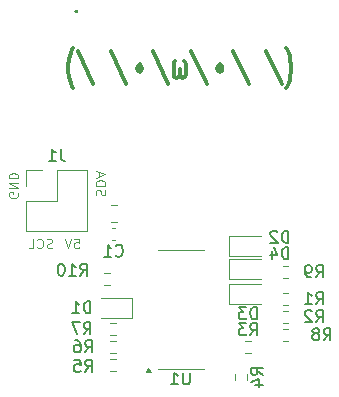
<source format=gbr>
%TF.GenerationSoftware,KiCad,Pcbnew,9.0.1*%
%TF.CreationDate,2025-09-02T02:57:32-07:00*%
%TF.ProjectId,pcb,7063622e-6b69-4636-9164-5f7063625858,B0*%
%TF.SameCoordinates,PX7bfa480PY4c4b400*%
%TF.FileFunction,Legend,Bot*%
%TF.FilePolarity,Positive*%
%FSLAX46Y46*%
G04 Gerber Fmt 4.6, Leading zero omitted, Abs format (unit mm)*
G04 Created by KiCad (PCBNEW 9.0.1) date 2025-09-02 02:57:32*
%MOMM*%
%LPD*%
G01*
G04 APERTURE LIST*
%ADD10C,0.100000*%
%ADD11C,0.090000*%
%ADD12C,0.300000*%
%ADD13C,0.150000*%
%ADD14C,0.120000*%
G04 APERTURE END LIST*
D10*
X6283809Y-1550057D02*
X6283809Y-1397676D01*
X6321904Y-1397676D02*
X6321904Y-1550057D01*
X6360000Y-1588152D02*
X6360000Y-1359580D01*
X6398095Y-1397676D02*
X6398095Y-1550057D01*
X6436190Y-1550057D02*
X6436190Y-1397676D01*
X6283809Y-1435771D02*
X6360000Y-1359580D01*
X6360000Y-1359580D02*
X6436190Y-1435771D01*
X6283809Y-1511961D02*
X6360000Y-1588152D01*
X6360000Y-1588152D02*
X6436190Y-1511961D01*
X6283809Y-1550057D02*
X6360000Y-1588152D01*
X6360000Y-1588152D02*
X6436190Y-1550057D01*
X6436190Y-1550057D02*
X6474285Y-1473866D01*
X6474285Y-1473866D02*
X6436190Y-1397676D01*
X6436190Y-1397676D02*
X6360000Y-1359580D01*
X6360000Y-1359580D02*
X6283809Y-1397676D01*
X6283809Y-1397676D02*
X6245714Y-1473866D01*
X6245714Y-1473866D02*
X6283809Y-1550057D01*
D11*
X1444489Y-16861266D02*
X1482584Y-16937456D01*
X1482584Y-16937456D02*
X1482584Y-17051742D01*
X1482584Y-17051742D02*
X1444489Y-17166028D01*
X1444489Y-17166028D02*
X1368299Y-17242218D01*
X1368299Y-17242218D02*
X1292108Y-17280313D01*
X1292108Y-17280313D02*
X1139727Y-17318409D01*
X1139727Y-17318409D02*
X1025441Y-17318409D01*
X1025441Y-17318409D02*
X873060Y-17280313D01*
X873060Y-17280313D02*
X796870Y-17242218D01*
X796870Y-17242218D02*
X720680Y-17166028D01*
X720680Y-17166028D02*
X682584Y-17051742D01*
X682584Y-17051742D02*
X682584Y-16975551D01*
X682584Y-16975551D02*
X720680Y-16861266D01*
X720680Y-16861266D02*
X758775Y-16823170D01*
X758775Y-16823170D02*
X1025441Y-16823170D01*
X1025441Y-16823170D02*
X1025441Y-16975551D01*
X682584Y-16480313D02*
X1482584Y-16480313D01*
X1482584Y-16480313D02*
X682584Y-16023170D01*
X682584Y-16023170D02*
X1482584Y-16023170D01*
X682584Y-15642218D02*
X1482584Y-15642218D01*
X1482584Y-15642218D02*
X1482584Y-15451742D01*
X1482584Y-15451742D02*
X1444489Y-15337456D01*
X1444489Y-15337456D02*
X1368299Y-15261266D01*
X1368299Y-15261266D02*
X1292108Y-15223171D01*
X1292108Y-15223171D02*
X1139727Y-15185075D01*
X1139727Y-15185075D02*
X1025441Y-15185075D01*
X1025441Y-15185075D02*
X873060Y-15223171D01*
X873060Y-15223171D02*
X796870Y-15261266D01*
X796870Y-15261266D02*
X720680Y-15337456D01*
X720680Y-15337456D02*
X682584Y-15451742D01*
X682584Y-15451742D02*
X682584Y-15642218D01*
X8120680Y-17048409D02*
X8082584Y-16934123D01*
X8082584Y-16934123D02*
X8082584Y-16743647D01*
X8082584Y-16743647D02*
X8120680Y-16667456D01*
X8120680Y-16667456D02*
X8158775Y-16629361D01*
X8158775Y-16629361D02*
X8234965Y-16591266D01*
X8234965Y-16591266D02*
X8311156Y-16591266D01*
X8311156Y-16591266D02*
X8387346Y-16629361D01*
X8387346Y-16629361D02*
X8425441Y-16667456D01*
X8425441Y-16667456D02*
X8463537Y-16743647D01*
X8463537Y-16743647D02*
X8501632Y-16896028D01*
X8501632Y-16896028D02*
X8539727Y-16972218D01*
X8539727Y-16972218D02*
X8577822Y-17010313D01*
X8577822Y-17010313D02*
X8654013Y-17048409D01*
X8654013Y-17048409D02*
X8730203Y-17048409D01*
X8730203Y-17048409D02*
X8806394Y-17010313D01*
X8806394Y-17010313D02*
X8844489Y-16972218D01*
X8844489Y-16972218D02*
X8882584Y-16896028D01*
X8882584Y-16896028D02*
X8882584Y-16705551D01*
X8882584Y-16705551D02*
X8844489Y-16591266D01*
X8082584Y-16248408D02*
X8882584Y-16248408D01*
X8882584Y-16248408D02*
X8882584Y-16057932D01*
X8882584Y-16057932D02*
X8844489Y-15943646D01*
X8844489Y-15943646D02*
X8768299Y-15867456D01*
X8768299Y-15867456D02*
X8692108Y-15829361D01*
X8692108Y-15829361D02*
X8539727Y-15791265D01*
X8539727Y-15791265D02*
X8425441Y-15791265D01*
X8425441Y-15791265D02*
X8273060Y-15829361D01*
X8273060Y-15829361D02*
X8196870Y-15867456D01*
X8196870Y-15867456D02*
X8120680Y-15943646D01*
X8120680Y-15943646D02*
X8082584Y-16057932D01*
X8082584Y-16057932D02*
X8082584Y-16248408D01*
X8311156Y-15486504D02*
X8311156Y-15105551D01*
X8082584Y-15562694D02*
X8882584Y-15296027D01*
X8882584Y-15296027D02*
X8082584Y-15029361D01*
X4368409Y-21519320D02*
X4254123Y-21557415D01*
X4254123Y-21557415D02*
X4063647Y-21557415D01*
X4063647Y-21557415D02*
X3987456Y-21519320D01*
X3987456Y-21519320D02*
X3949361Y-21481224D01*
X3949361Y-21481224D02*
X3911266Y-21405034D01*
X3911266Y-21405034D02*
X3911266Y-21328843D01*
X3911266Y-21328843D02*
X3949361Y-21252653D01*
X3949361Y-21252653D02*
X3987456Y-21214558D01*
X3987456Y-21214558D02*
X4063647Y-21176462D01*
X4063647Y-21176462D02*
X4216028Y-21138367D01*
X4216028Y-21138367D02*
X4292218Y-21100272D01*
X4292218Y-21100272D02*
X4330313Y-21062177D01*
X4330313Y-21062177D02*
X4368409Y-20985986D01*
X4368409Y-20985986D02*
X4368409Y-20909796D01*
X4368409Y-20909796D02*
X4330313Y-20833605D01*
X4330313Y-20833605D02*
X4292218Y-20795510D01*
X4292218Y-20795510D02*
X4216028Y-20757415D01*
X4216028Y-20757415D02*
X4025551Y-20757415D01*
X4025551Y-20757415D02*
X3911266Y-20795510D01*
X3111265Y-21481224D02*
X3149361Y-21519320D01*
X3149361Y-21519320D02*
X3263646Y-21557415D01*
X3263646Y-21557415D02*
X3339837Y-21557415D01*
X3339837Y-21557415D02*
X3454123Y-21519320D01*
X3454123Y-21519320D02*
X3530313Y-21443129D01*
X3530313Y-21443129D02*
X3568408Y-21366939D01*
X3568408Y-21366939D02*
X3606504Y-21214558D01*
X3606504Y-21214558D02*
X3606504Y-21100272D01*
X3606504Y-21100272D02*
X3568408Y-20947891D01*
X3568408Y-20947891D02*
X3530313Y-20871700D01*
X3530313Y-20871700D02*
X3454123Y-20795510D01*
X3454123Y-20795510D02*
X3339837Y-20757415D01*
X3339837Y-20757415D02*
X3263646Y-20757415D01*
X3263646Y-20757415D02*
X3149361Y-20795510D01*
X3149361Y-20795510D02*
X3111265Y-20833605D01*
X2387456Y-21557415D02*
X2768408Y-21557415D01*
X2768408Y-21557415D02*
X2768408Y-20757415D01*
D12*
X24168763Y-7969257D02*
X24242572Y-7864495D01*
X24242572Y-7864495D02*
X24390191Y-7550209D01*
X24390191Y-7550209D02*
X24464001Y-7340685D01*
X24464001Y-7340685D02*
X24537810Y-7026400D01*
X24537810Y-7026400D02*
X24611620Y-6502590D01*
X24611620Y-6502590D02*
X24611620Y-6083542D01*
X24611620Y-6083542D02*
X24537810Y-5559733D01*
X24537810Y-5559733D02*
X24464001Y-5245447D01*
X24464001Y-5245447D02*
X24390191Y-5035923D01*
X24390191Y-5035923D02*
X24242572Y-4721638D01*
X24242572Y-4721638D02*
X24168763Y-4616876D01*
X22471144Y-4826400D02*
X23799715Y-7654971D01*
X19666382Y-4826400D02*
X20994953Y-7654971D01*
X18706858Y-6083542D02*
X18706858Y-6502590D01*
X18633048Y-6502590D02*
X18633048Y-6083542D01*
X18559239Y-5978780D02*
X18559239Y-6607352D01*
X18485429Y-6502590D02*
X18485429Y-6083542D01*
X18411620Y-6083542D02*
X18411620Y-6502590D01*
X18706858Y-6397828D02*
X18559239Y-6607352D01*
X18559239Y-6607352D02*
X18411620Y-6397828D01*
X18706858Y-6188304D02*
X18559239Y-5978780D01*
X18559239Y-5978780D02*
X18411620Y-6188304D01*
X18706858Y-6083542D02*
X18559239Y-5978780D01*
X18559239Y-5978780D02*
X18411620Y-6083542D01*
X18411620Y-6083542D02*
X18337810Y-6293066D01*
X18337810Y-6293066D02*
X18411620Y-6502590D01*
X18411620Y-6502590D02*
X18559239Y-6607352D01*
X18559239Y-6607352D02*
X18706858Y-6502590D01*
X18706858Y-6502590D02*
X18780667Y-6293066D01*
X18780667Y-6293066D02*
X18706858Y-6083542D01*
X16123524Y-4826400D02*
X17452095Y-7654971D01*
X15164000Y-6397828D02*
X15164000Y-6816876D01*
X15533047Y-5664495D02*
X15606857Y-5769257D01*
X15606857Y-5769257D02*
X15680666Y-5978780D01*
X15680666Y-5978780D02*
X15680666Y-6816876D01*
X15680666Y-6816876D02*
X15606857Y-7026400D01*
X15606857Y-7026400D02*
X15459238Y-7131161D01*
X15459238Y-7131161D02*
X15385428Y-7131161D01*
X15385428Y-7131161D02*
X15237809Y-7026400D01*
X15237809Y-7026400D02*
X15164000Y-6816876D01*
X15164000Y-6816876D02*
X15090190Y-7026400D01*
X15090190Y-7026400D02*
X14942571Y-7131161D01*
X14942571Y-7131161D02*
X14868762Y-7131161D01*
X14868762Y-7131161D02*
X14721143Y-7026400D01*
X14721143Y-7026400D02*
X14647333Y-6816876D01*
X14647333Y-6816876D02*
X14647333Y-5978780D01*
X14647333Y-5978780D02*
X14721143Y-5769257D01*
X14721143Y-5769257D02*
X14794952Y-5664495D01*
X12875904Y-4826400D02*
X14204475Y-7654971D01*
X11916380Y-6083542D02*
X11916380Y-6502590D01*
X11842570Y-6502590D02*
X11842570Y-6083542D01*
X11768761Y-5978780D02*
X11768761Y-6607352D01*
X11694951Y-6502590D02*
X11694951Y-6083542D01*
X11621142Y-6083542D02*
X11621142Y-6502590D01*
X11916380Y-6397828D02*
X11768761Y-6607352D01*
X11768761Y-6607352D02*
X11621142Y-6397828D01*
X11916380Y-6188304D02*
X11768761Y-5978780D01*
X11768761Y-5978780D02*
X11621142Y-6188304D01*
X11916380Y-6083542D02*
X11768761Y-5978780D01*
X11768761Y-5978780D02*
X11621142Y-6083542D01*
X11621142Y-6083542D02*
X11547332Y-6293066D01*
X11547332Y-6293066D02*
X11621142Y-6502590D01*
X11621142Y-6502590D02*
X11768761Y-6607352D01*
X11768761Y-6607352D02*
X11916380Y-6502590D01*
X11916380Y-6502590D02*
X11990189Y-6293066D01*
X11990189Y-6293066D02*
X11916380Y-6083542D01*
X9333046Y-4826400D02*
X10661617Y-7654971D01*
X6528284Y-4826400D02*
X7856855Y-7654971D01*
X6159236Y-7969257D02*
X6085426Y-7864495D01*
X6085426Y-7864495D02*
X5937807Y-7550209D01*
X5937807Y-7550209D02*
X5863998Y-7340685D01*
X5863998Y-7340685D02*
X5790188Y-7026400D01*
X5790188Y-7026400D02*
X5716379Y-6502590D01*
X5716379Y-6502590D02*
X5716379Y-6083542D01*
X5716379Y-6083542D02*
X5790188Y-5559733D01*
X5790188Y-5559733D02*
X5863998Y-5245447D01*
X5863998Y-5245447D02*
X5937807Y-5035923D01*
X5937807Y-5035923D02*
X6085426Y-4721638D01*
X6085426Y-4721638D02*
X6159236Y-4616876D01*
D11*
X6249361Y-20757415D02*
X6630313Y-20757415D01*
X6630313Y-20757415D02*
X6668409Y-21138367D01*
X6668409Y-21138367D02*
X6630313Y-21100272D01*
X6630313Y-21100272D02*
X6554123Y-21062177D01*
X6554123Y-21062177D02*
X6363647Y-21062177D01*
X6363647Y-21062177D02*
X6287456Y-21100272D01*
X6287456Y-21100272D02*
X6249361Y-21138367D01*
X6249361Y-21138367D02*
X6211266Y-21214558D01*
X6211266Y-21214558D02*
X6211266Y-21405034D01*
X6211266Y-21405034D02*
X6249361Y-21481224D01*
X6249361Y-21481224D02*
X6287456Y-21519320D01*
X6287456Y-21519320D02*
X6363647Y-21557415D01*
X6363647Y-21557415D02*
X6554123Y-21557415D01*
X6554123Y-21557415D02*
X6630313Y-21519320D01*
X6630313Y-21519320D02*
X6668409Y-21481224D01*
X5982694Y-20757415D02*
X5716027Y-21557415D01*
X5716027Y-21557415D02*
X5449361Y-20757415D01*
D13*
X7034666Y-28825819D02*
X7367999Y-28349628D01*
X7606094Y-28825819D02*
X7606094Y-27825819D01*
X7606094Y-27825819D02*
X7225142Y-27825819D01*
X7225142Y-27825819D02*
X7129904Y-27873438D01*
X7129904Y-27873438D02*
X7082285Y-27921057D01*
X7082285Y-27921057D02*
X7034666Y-28016295D01*
X7034666Y-28016295D02*
X7034666Y-28159152D01*
X7034666Y-28159152D02*
X7082285Y-28254390D01*
X7082285Y-28254390D02*
X7129904Y-28302009D01*
X7129904Y-28302009D02*
X7225142Y-28349628D01*
X7225142Y-28349628D02*
X7606094Y-28349628D01*
X6701332Y-27825819D02*
X6034666Y-27825819D01*
X6034666Y-27825819D02*
X6463237Y-28825819D01*
X22214819Y-32268333D02*
X21738628Y-31935000D01*
X22214819Y-31696905D02*
X21214819Y-31696905D01*
X21214819Y-31696905D02*
X21214819Y-32077857D01*
X21214819Y-32077857D02*
X21262438Y-32173095D01*
X21262438Y-32173095D02*
X21310057Y-32220714D01*
X21310057Y-32220714D02*
X21405295Y-32268333D01*
X21405295Y-32268333D02*
X21548152Y-32268333D01*
X21548152Y-32268333D02*
X21643390Y-32220714D01*
X21643390Y-32220714D02*
X21691009Y-32173095D01*
X21691009Y-32173095D02*
X21738628Y-32077857D01*
X21738628Y-32077857D02*
X21738628Y-31696905D01*
X21548152Y-33125476D02*
X22214819Y-33125476D01*
X21167200Y-32887381D02*
X21881485Y-32649286D01*
X21881485Y-32649286D02*
X21881485Y-33268333D01*
X27354666Y-29333819D02*
X27687999Y-28857628D01*
X27926094Y-29333819D02*
X27926094Y-28333819D01*
X27926094Y-28333819D02*
X27545142Y-28333819D01*
X27545142Y-28333819D02*
X27449904Y-28381438D01*
X27449904Y-28381438D02*
X27402285Y-28429057D01*
X27402285Y-28429057D02*
X27354666Y-28524295D01*
X27354666Y-28524295D02*
X27354666Y-28667152D01*
X27354666Y-28667152D02*
X27402285Y-28762390D01*
X27402285Y-28762390D02*
X27449904Y-28810009D01*
X27449904Y-28810009D02*
X27545142Y-28857628D01*
X27545142Y-28857628D02*
X27926094Y-28857628D01*
X26783237Y-28762390D02*
X26878475Y-28714771D01*
X26878475Y-28714771D02*
X26926094Y-28667152D01*
X26926094Y-28667152D02*
X26973713Y-28571914D01*
X26973713Y-28571914D02*
X26973713Y-28524295D01*
X26973713Y-28524295D02*
X26926094Y-28429057D01*
X26926094Y-28429057D02*
X26878475Y-28381438D01*
X26878475Y-28381438D02*
X26783237Y-28333819D01*
X26783237Y-28333819D02*
X26592761Y-28333819D01*
X26592761Y-28333819D02*
X26497523Y-28381438D01*
X26497523Y-28381438D02*
X26449904Y-28429057D01*
X26449904Y-28429057D02*
X26402285Y-28524295D01*
X26402285Y-28524295D02*
X26402285Y-28571914D01*
X26402285Y-28571914D02*
X26449904Y-28667152D01*
X26449904Y-28667152D02*
X26497523Y-28714771D01*
X26497523Y-28714771D02*
X26592761Y-28762390D01*
X26592761Y-28762390D02*
X26783237Y-28762390D01*
X26783237Y-28762390D02*
X26878475Y-28810009D01*
X26878475Y-28810009D02*
X26926094Y-28857628D01*
X26926094Y-28857628D02*
X26973713Y-28952866D01*
X26973713Y-28952866D02*
X26973713Y-29143342D01*
X26973713Y-29143342D02*
X26926094Y-29238580D01*
X26926094Y-29238580D02*
X26878475Y-29286200D01*
X26878475Y-29286200D02*
X26783237Y-29333819D01*
X26783237Y-29333819D02*
X26592761Y-29333819D01*
X26592761Y-29333819D02*
X26497523Y-29286200D01*
X26497523Y-29286200D02*
X26449904Y-29238580D01*
X26449904Y-29238580D02*
X26402285Y-29143342D01*
X26402285Y-29143342D02*
X26402285Y-28952866D01*
X26402285Y-28952866D02*
X26449904Y-28857628D01*
X26449904Y-28857628D02*
X26497523Y-28810009D01*
X26497523Y-28810009D02*
X26592761Y-28762390D01*
X24370094Y-22475819D02*
X24370094Y-21475819D01*
X24370094Y-21475819D02*
X24131999Y-21475819D01*
X24131999Y-21475819D02*
X23989142Y-21523438D01*
X23989142Y-21523438D02*
X23893904Y-21618676D01*
X23893904Y-21618676D02*
X23846285Y-21713914D01*
X23846285Y-21713914D02*
X23798666Y-21904390D01*
X23798666Y-21904390D02*
X23798666Y-22047247D01*
X23798666Y-22047247D02*
X23846285Y-22237723D01*
X23846285Y-22237723D02*
X23893904Y-22332961D01*
X23893904Y-22332961D02*
X23989142Y-22428200D01*
X23989142Y-22428200D02*
X24131999Y-22475819D01*
X24131999Y-22475819D02*
X24370094Y-22475819D01*
X22941523Y-21809152D02*
X22941523Y-22475819D01*
X23179618Y-21428200D02*
X23417713Y-22142485D01*
X23417713Y-22142485D02*
X22798666Y-22142485D01*
X6748857Y-23872819D02*
X7082190Y-23396628D01*
X7320285Y-23872819D02*
X7320285Y-22872819D01*
X7320285Y-22872819D02*
X6939333Y-22872819D01*
X6939333Y-22872819D02*
X6844095Y-22920438D01*
X6844095Y-22920438D02*
X6796476Y-22968057D01*
X6796476Y-22968057D02*
X6748857Y-23063295D01*
X6748857Y-23063295D02*
X6748857Y-23206152D01*
X6748857Y-23206152D02*
X6796476Y-23301390D01*
X6796476Y-23301390D02*
X6844095Y-23349009D01*
X6844095Y-23349009D02*
X6939333Y-23396628D01*
X6939333Y-23396628D02*
X7320285Y-23396628D01*
X5796476Y-23872819D02*
X6367904Y-23872819D01*
X6082190Y-23872819D02*
X6082190Y-22872819D01*
X6082190Y-22872819D02*
X6177428Y-23015676D01*
X6177428Y-23015676D02*
X6272666Y-23110914D01*
X6272666Y-23110914D02*
X6367904Y-23158533D01*
X5177428Y-22872819D02*
X5082190Y-22872819D01*
X5082190Y-22872819D02*
X4986952Y-22920438D01*
X4986952Y-22920438D02*
X4939333Y-22968057D01*
X4939333Y-22968057D02*
X4891714Y-23063295D01*
X4891714Y-23063295D02*
X4844095Y-23253771D01*
X4844095Y-23253771D02*
X4844095Y-23491866D01*
X4844095Y-23491866D02*
X4891714Y-23682342D01*
X4891714Y-23682342D02*
X4939333Y-23777580D01*
X4939333Y-23777580D02*
X4986952Y-23825200D01*
X4986952Y-23825200D02*
X5082190Y-23872819D01*
X5082190Y-23872819D02*
X5177428Y-23872819D01*
X5177428Y-23872819D02*
X5272666Y-23825200D01*
X5272666Y-23825200D02*
X5320285Y-23777580D01*
X5320285Y-23777580D02*
X5367904Y-23682342D01*
X5367904Y-23682342D02*
X5415523Y-23491866D01*
X5415523Y-23491866D02*
X5415523Y-23253771D01*
X5415523Y-23253771D02*
X5367904Y-23063295D01*
X5367904Y-23063295D02*
X5320285Y-22968057D01*
X5320285Y-22968057D02*
X5272666Y-22920438D01*
X5272666Y-22920438D02*
X5177428Y-22872819D01*
X26719666Y-23999819D02*
X27052999Y-23523628D01*
X27291094Y-23999819D02*
X27291094Y-22999819D01*
X27291094Y-22999819D02*
X26910142Y-22999819D01*
X26910142Y-22999819D02*
X26814904Y-23047438D01*
X26814904Y-23047438D02*
X26767285Y-23095057D01*
X26767285Y-23095057D02*
X26719666Y-23190295D01*
X26719666Y-23190295D02*
X26719666Y-23333152D01*
X26719666Y-23333152D02*
X26767285Y-23428390D01*
X26767285Y-23428390D02*
X26814904Y-23476009D01*
X26814904Y-23476009D02*
X26910142Y-23523628D01*
X26910142Y-23523628D02*
X27291094Y-23523628D01*
X26243475Y-23999819D02*
X26052999Y-23999819D01*
X26052999Y-23999819D02*
X25957761Y-23952200D01*
X25957761Y-23952200D02*
X25910142Y-23904580D01*
X25910142Y-23904580D02*
X25814904Y-23761723D01*
X25814904Y-23761723D02*
X25767285Y-23571247D01*
X25767285Y-23571247D02*
X25767285Y-23190295D01*
X25767285Y-23190295D02*
X25814904Y-23095057D01*
X25814904Y-23095057D02*
X25862523Y-23047438D01*
X25862523Y-23047438D02*
X25957761Y-22999819D01*
X25957761Y-22999819D02*
X26148237Y-22999819D01*
X26148237Y-22999819D02*
X26243475Y-23047438D01*
X26243475Y-23047438D02*
X26291094Y-23095057D01*
X26291094Y-23095057D02*
X26338713Y-23190295D01*
X26338713Y-23190295D02*
X26338713Y-23428390D01*
X26338713Y-23428390D02*
X26291094Y-23523628D01*
X26291094Y-23523628D02*
X26243475Y-23571247D01*
X26243475Y-23571247D02*
X26148237Y-23618866D01*
X26148237Y-23618866D02*
X25957761Y-23618866D01*
X25957761Y-23618866D02*
X25862523Y-23571247D01*
X25862523Y-23571247D02*
X25814904Y-23523628D01*
X25814904Y-23523628D02*
X25767285Y-23428390D01*
X9742666Y-22159580D02*
X9790285Y-22207200D01*
X9790285Y-22207200D02*
X9933142Y-22254819D01*
X9933142Y-22254819D02*
X10028380Y-22254819D01*
X10028380Y-22254819D02*
X10171237Y-22207200D01*
X10171237Y-22207200D02*
X10266475Y-22111961D01*
X10266475Y-22111961D02*
X10314094Y-22016723D01*
X10314094Y-22016723D02*
X10361713Y-21826247D01*
X10361713Y-21826247D02*
X10361713Y-21683390D01*
X10361713Y-21683390D02*
X10314094Y-21492914D01*
X10314094Y-21492914D02*
X10266475Y-21397676D01*
X10266475Y-21397676D02*
X10171237Y-21302438D01*
X10171237Y-21302438D02*
X10028380Y-21254819D01*
X10028380Y-21254819D02*
X9933142Y-21254819D01*
X9933142Y-21254819D02*
X9790285Y-21302438D01*
X9790285Y-21302438D02*
X9742666Y-21350057D01*
X8790285Y-22254819D02*
X9361713Y-22254819D01*
X9075999Y-22254819D02*
X9075999Y-21254819D01*
X9075999Y-21254819D02*
X9171237Y-21397676D01*
X9171237Y-21397676D02*
X9266475Y-21492914D01*
X9266475Y-21492914D02*
X9361713Y-21540533D01*
X7161666Y-32000819D02*
X7494999Y-31524628D01*
X7733094Y-32000819D02*
X7733094Y-31000819D01*
X7733094Y-31000819D02*
X7352142Y-31000819D01*
X7352142Y-31000819D02*
X7256904Y-31048438D01*
X7256904Y-31048438D02*
X7209285Y-31096057D01*
X7209285Y-31096057D02*
X7161666Y-31191295D01*
X7161666Y-31191295D02*
X7161666Y-31334152D01*
X7161666Y-31334152D02*
X7209285Y-31429390D01*
X7209285Y-31429390D02*
X7256904Y-31477009D01*
X7256904Y-31477009D02*
X7352142Y-31524628D01*
X7352142Y-31524628D02*
X7733094Y-31524628D01*
X6256904Y-31000819D02*
X6733094Y-31000819D01*
X6733094Y-31000819D02*
X6780713Y-31477009D01*
X6780713Y-31477009D02*
X6733094Y-31429390D01*
X6733094Y-31429390D02*
X6637856Y-31381771D01*
X6637856Y-31381771D02*
X6399761Y-31381771D01*
X6399761Y-31381771D02*
X6304523Y-31429390D01*
X6304523Y-31429390D02*
X6256904Y-31477009D01*
X6256904Y-31477009D02*
X6209285Y-31572247D01*
X6209285Y-31572247D02*
X6209285Y-31810342D01*
X6209285Y-31810342D02*
X6256904Y-31905580D01*
X6256904Y-31905580D02*
X6304523Y-31953200D01*
X6304523Y-31953200D02*
X6399761Y-32000819D01*
X6399761Y-32000819D02*
X6637856Y-32000819D01*
X6637856Y-32000819D02*
X6733094Y-31953200D01*
X6733094Y-31953200D02*
X6780713Y-31905580D01*
X7606094Y-27047819D02*
X7606094Y-26047819D01*
X7606094Y-26047819D02*
X7367999Y-26047819D01*
X7367999Y-26047819D02*
X7225142Y-26095438D01*
X7225142Y-26095438D02*
X7129904Y-26190676D01*
X7129904Y-26190676D02*
X7082285Y-26285914D01*
X7082285Y-26285914D02*
X7034666Y-26476390D01*
X7034666Y-26476390D02*
X7034666Y-26619247D01*
X7034666Y-26619247D02*
X7082285Y-26809723D01*
X7082285Y-26809723D02*
X7129904Y-26904961D01*
X7129904Y-26904961D02*
X7225142Y-27000200D01*
X7225142Y-27000200D02*
X7367999Y-27047819D01*
X7367999Y-27047819D02*
X7606094Y-27047819D01*
X6082285Y-27047819D02*
X6653713Y-27047819D01*
X6367999Y-27047819D02*
X6367999Y-26047819D01*
X6367999Y-26047819D02*
X6463237Y-26190676D01*
X6463237Y-26190676D02*
X6558475Y-26285914D01*
X6558475Y-26285914D02*
X6653713Y-26333533D01*
X24370094Y-21078819D02*
X24370094Y-20078819D01*
X24370094Y-20078819D02*
X24131999Y-20078819D01*
X24131999Y-20078819D02*
X23989142Y-20126438D01*
X23989142Y-20126438D02*
X23893904Y-20221676D01*
X23893904Y-20221676D02*
X23846285Y-20316914D01*
X23846285Y-20316914D02*
X23798666Y-20507390D01*
X23798666Y-20507390D02*
X23798666Y-20650247D01*
X23798666Y-20650247D02*
X23846285Y-20840723D01*
X23846285Y-20840723D02*
X23893904Y-20935961D01*
X23893904Y-20935961D02*
X23989142Y-21031200D01*
X23989142Y-21031200D02*
X24131999Y-21078819D01*
X24131999Y-21078819D02*
X24370094Y-21078819D01*
X23417713Y-20174057D02*
X23370094Y-20126438D01*
X23370094Y-20126438D02*
X23274856Y-20078819D01*
X23274856Y-20078819D02*
X23036761Y-20078819D01*
X23036761Y-20078819D02*
X22941523Y-20126438D01*
X22941523Y-20126438D02*
X22893904Y-20174057D01*
X22893904Y-20174057D02*
X22846285Y-20269295D01*
X22846285Y-20269295D02*
X22846285Y-20364533D01*
X22846285Y-20364533D02*
X22893904Y-20507390D01*
X22893904Y-20507390D02*
X23465332Y-21078819D01*
X23465332Y-21078819D02*
X22846285Y-21078819D01*
X16011904Y-32074819D02*
X16011904Y-32884342D01*
X16011904Y-32884342D02*
X15964285Y-32979580D01*
X15964285Y-32979580D02*
X15916666Y-33027200D01*
X15916666Y-33027200D02*
X15821428Y-33074819D01*
X15821428Y-33074819D02*
X15630952Y-33074819D01*
X15630952Y-33074819D02*
X15535714Y-33027200D01*
X15535714Y-33027200D02*
X15488095Y-32979580D01*
X15488095Y-32979580D02*
X15440476Y-32884342D01*
X15440476Y-32884342D02*
X15440476Y-32074819D01*
X14440476Y-33074819D02*
X15011904Y-33074819D01*
X14726190Y-33074819D02*
X14726190Y-32074819D01*
X14726190Y-32074819D02*
X14821428Y-32217676D01*
X14821428Y-32217676D02*
X14916666Y-32312914D01*
X14916666Y-32312914D02*
X15011904Y-32360533D01*
X26719666Y-27809819D02*
X27052999Y-27333628D01*
X27291094Y-27809819D02*
X27291094Y-26809819D01*
X27291094Y-26809819D02*
X26910142Y-26809819D01*
X26910142Y-26809819D02*
X26814904Y-26857438D01*
X26814904Y-26857438D02*
X26767285Y-26905057D01*
X26767285Y-26905057D02*
X26719666Y-27000295D01*
X26719666Y-27000295D02*
X26719666Y-27143152D01*
X26719666Y-27143152D02*
X26767285Y-27238390D01*
X26767285Y-27238390D02*
X26814904Y-27286009D01*
X26814904Y-27286009D02*
X26910142Y-27333628D01*
X26910142Y-27333628D02*
X27291094Y-27333628D01*
X26338713Y-26905057D02*
X26291094Y-26857438D01*
X26291094Y-26857438D02*
X26195856Y-26809819D01*
X26195856Y-26809819D02*
X25957761Y-26809819D01*
X25957761Y-26809819D02*
X25862523Y-26857438D01*
X25862523Y-26857438D02*
X25814904Y-26905057D01*
X25814904Y-26905057D02*
X25767285Y-27000295D01*
X25767285Y-27000295D02*
X25767285Y-27095533D01*
X25767285Y-27095533D02*
X25814904Y-27238390D01*
X25814904Y-27238390D02*
X26386332Y-27809819D01*
X26386332Y-27809819D02*
X25767285Y-27809819D01*
X5083333Y-13133819D02*
X5083333Y-13848104D01*
X5083333Y-13848104D02*
X5130952Y-13990961D01*
X5130952Y-13990961D02*
X5226190Y-14086200D01*
X5226190Y-14086200D02*
X5369047Y-14133819D01*
X5369047Y-14133819D02*
X5464285Y-14133819D01*
X4083333Y-14133819D02*
X4654761Y-14133819D01*
X4369047Y-14133819D02*
X4369047Y-13133819D01*
X4369047Y-13133819D02*
X4464285Y-13276676D01*
X4464285Y-13276676D02*
X4559523Y-13371914D01*
X4559523Y-13371914D02*
X4654761Y-13419533D01*
X21131666Y-28919819D02*
X21464999Y-28443628D01*
X21703094Y-28919819D02*
X21703094Y-27919819D01*
X21703094Y-27919819D02*
X21322142Y-27919819D01*
X21322142Y-27919819D02*
X21226904Y-27967438D01*
X21226904Y-27967438D02*
X21179285Y-28015057D01*
X21179285Y-28015057D02*
X21131666Y-28110295D01*
X21131666Y-28110295D02*
X21131666Y-28253152D01*
X21131666Y-28253152D02*
X21179285Y-28348390D01*
X21179285Y-28348390D02*
X21226904Y-28396009D01*
X21226904Y-28396009D02*
X21322142Y-28443628D01*
X21322142Y-28443628D02*
X21703094Y-28443628D01*
X20798332Y-27919819D02*
X20179285Y-27919819D01*
X20179285Y-27919819D02*
X20512618Y-28300771D01*
X20512618Y-28300771D02*
X20369761Y-28300771D01*
X20369761Y-28300771D02*
X20274523Y-28348390D01*
X20274523Y-28348390D02*
X20226904Y-28396009D01*
X20226904Y-28396009D02*
X20179285Y-28491247D01*
X20179285Y-28491247D02*
X20179285Y-28729342D01*
X20179285Y-28729342D02*
X20226904Y-28824580D01*
X20226904Y-28824580D02*
X20274523Y-28872200D01*
X20274523Y-28872200D02*
X20369761Y-28919819D01*
X20369761Y-28919819D02*
X20655475Y-28919819D01*
X20655475Y-28919819D02*
X20750713Y-28872200D01*
X20750713Y-28872200D02*
X20798332Y-28824580D01*
X7161666Y-30349819D02*
X7494999Y-29873628D01*
X7733094Y-30349819D02*
X7733094Y-29349819D01*
X7733094Y-29349819D02*
X7352142Y-29349819D01*
X7352142Y-29349819D02*
X7256904Y-29397438D01*
X7256904Y-29397438D02*
X7209285Y-29445057D01*
X7209285Y-29445057D02*
X7161666Y-29540295D01*
X7161666Y-29540295D02*
X7161666Y-29683152D01*
X7161666Y-29683152D02*
X7209285Y-29778390D01*
X7209285Y-29778390D02*
X7256904Y-29826009D01*
X7256904Y-29826009D02*
X7352142Y-29873628D01*
X7352142Y-29873628D02*
X7733094Y-29873628D01*
X6304523Y-29349819D02*
X6494999Y-29349819D01*
X6494999Y-29349819D02*
X6590237Y-29397438D01*
X6590237Y-29397438D02*
X6637856Y-29445057D01*
X6637856Y-29445057D02*
X6733094Y-29587914D01*
X6733094Y-29587914D02*
X6780713Y-29778390D01*
X6780713Y-29778390D02*
X6780713Y-30159342D01*
X6780713Y-30159342D02*
X6733094Y-30254580D01*
X6733094Y-30254580D02*
X6685475Y-30302200D01*
X6685475Y-30302200D02*
X6590237Y-30349819D01*
X6590237Y-30349819D02*
X6399761Y-30349819D01*
X6399761Y-30349819D02*
X6304523Y-30302200D01*
X6304523Y-30302200D02*
X6256904Y-30254580D01*
X6256904Y-30254580D02*
X6209285Y-30159342D01*
X6209285Y-30159342D02*
X6209285Y-29921247D01*
X6209285Y-29921247D02*
X6256904Y-29826009D01*
X6256904Y-29826009D02*
X6304523Y-29778390D01*
X6304523Y-29778390D02*
X6399761Y-29730771D01*
X6399761Y-29730771D02*
X6590237Y-29730771D01*
X6590237Y-29730771D02*
X6685475Y-29778390D01*
X6685475Y-29778390D02*
X6733094Y-29826009D01*
X6733094Y-29826009D02*
X6780713Y-29921247D01*
X26719666Y-26285819D02*
X27052999Y-25809628D01*
X27291094Y-26285819D02*
X27291094Y-25285819D01*
X27291094Y-25285819D02*
X26910142Y-25285819D01*
X26910142Y-25285819D02*
X26814904Y-25333438D01*
X26814904Y-25333438D02*
X26767285Y-25381057D01*
X26767285Y-25381057D02*
X26719666Y-25476295D01*
X26719666Y-25476295D02*
X26719666Y-25619152D01*
X26719666Y-25619152D02*
X26767285Y-25714390D01*
X26767285Y-25714390D02*
X26814904Y-25762009D01*
X26814904Y-25762009D02*
X26910142Y-25809628D01*
X26910142Y-25809628D02*
X27291094Y-25809628D01*
X25767285Y-26285819D02*
X26338713Y-26285819D01*
X26052999Y-26285819D02*
X26052999Y-25285819D01*
X26052999Y-25285819D02*
X26148237Y-25428676D01*
X26148237Y-25428676D02*
X26243475Y-25523914D01*
X26243475Y-25523914D02*
X26338713Y-25571533D01*
X21703094Y-27555819D02*
X21703094Y-26555819D01*
X21703094Y-26555819D02*
X21464999Y-26555819D01*
X21464999Y-26555819D02*
X21322142Y-26603438D01*
X21322142Y-26603438D02*
X21226904Y-26698676D01*
X21226904Y-26698676D02*
X21179285Y-26793914D01*
X21179285Y-26793914D02*
X21131666Y-26984390D01*
X21131666Y-26984390D02*
X21131666Y-27127247D01*
X21131666Y-27127247D02*
X21179285Y-27317723D01*
X21179285Y-27317723D02*
X21226904Y-27412961D01*
X21226904Y-27412961D02*
X21322142Y-27508200D01*
X21322142Y-27508200D02*
X21464999Y-27555819D01*
X21464999Y-27555819D02*
X21703094Y-27555819D01*
X20798332Y-26555819D02*
X20179285Y-26555819D01*
X20179285Y-26555819D02*
X20512618Y-26936771D01*
X20512618Y-26936771D02*
X20369761Y-26936771D01*
X20369761Y-26936771D02*
X20274523Y-26984390D01*
X20274523Y-26984390D02*
X20226904Y-27032009D01*
X20226904Y-27032009D02*
X20179285Y-27127247D01*
X20179285Y-27127247D02*
X20179285Y-27365342D01*
X20179285Y-27365342D02*
X20226904Y-27460580D01*
X20226904Y-27460580D02*
X20274523Y-27508200D01*
X20274523Y-27508200D02*
X20369761Y-27555819D01*
X20369761Y-27555819D02*
X20655475Y-27555819D01*
X20655475Y-27555819D02*
X20750713Y-27508200D01*
X20750713Y-27508200D02*
X20798332Y-27460580D01*
D14*
%TO.C,R7*%
X9297742Y-27848500D02*
X9772258Y-27848500D01*
X9297742Y-28893500D02*
X9772258Y-28893500D01*
%TO.C,R4*%
X19807500Y-32672258D02*
X19807500Y-32197742D01*
X20852500Y-32672258D02*
X20852500Y-32197742D01*
%TO.C,R8*%
X24377258Y-28356500D02*
X23902742Y-28356500D01*
X24377258Y-29401500D02*
X23902742Y-29401500D01*
%TO.C,D4*%
X19355000Y-22441000D02*
X22015000Y-22441000D01*
X19355000Y-24141000D02*
X19355000Y-22441000D01*
X19355000Y-24141000D02*
X22015000Y-24141000D01*
%TO.C,R10*%
X8789742Y-23657500D02*
X9264258Y-23657500D01*
X8789742Y-24702500D02*
X9264258Y-24702500D01*
%TO.C,R9*%
X24377258Y-23022500D02*
X23902742Y-23022500D01*
X24377258Y-24067500D02*
X23902742Y-24067500D01*
%TO.C,C1*%
X9435420Y-19860000D02*
X9716580Y-19860000D01*
X9435420Y-20880000D02*
X9716580Y-20880000D01*
%TO.C,R5*%
X9297742Y-30896500D02*
X9772258Y-30896500D01*
X9297742Y-31941500D02*
X9772258Y-31941500D01*
%TO.C,D1*%
X11145000Y-25743000D02*
X8485000Y-25743000D01*
X11145000Y-25743000D02*
X11145000Y-27443000D01*
X11145000Y-27443000D02*
X8485000Y-27443000D01*
%TO.C,D2*%
X19355000Y-20536000D02*
X22015000Y-20536000D01*
X19355000Y-22236000D02*
X19355000Y-20536000D01*
X19355000Y-22236000D02*
X22015000Y-22236000D01*
%TO.C,C2*%
X9314748Y-17857000D02*
X9837252Y-17857000D01*
X9314748Y-19327000D02*
X9837252Y-19327000D01*
%TO.C,U1*%
X15250000Y-21660000D02*
X13300000Y-21660000D01*
X15250000Y-21660000D02*
X17200000Y-21660000D01*
X15250000Y-31780000D02*
X13300000Y-31780000D01*
X15250000Y-31780000D02*
X17200000Y-31780000D01*
X12765000Y-32055000D02*
X12285000Y-32055000D01*
X12525000Y-31725000D01*
X12765000Y-32055000D01*
G36*
X12765000Y-32055000D02*
G01*
X12285000Y-32055000D01*
X12525000Y-31725000D01*
X12765000Y-32055000D01*
G37*
%TO.C,R2*%
X24377258Y-26832500D02*
X23902742Y-26832500D01*
X24377258Y-27877500D02*
X23902742Y-27877500D01*
%TO.C,J1*%
X2150000Y-14930000D02*
X2150000Y-16260000D01*
X2150000Y-17530000D02*
X2150000Y-20130000D01*
X3480000Y-14930000D02*
X2150000Y-14930000D01*
X4750000Y-14930000D02*
X4750000Y-17530000D01*
X4750000Y-17530000D02*
X2150000Y-17530000D01*
X7350000Y-14930000D02*
X4750000Y-14930000D01*
X7350000Y-14930000D02*
X7350000Y-20130000D01*
X7350000Y-20130000D02*
X2150000Y-20130000D01*
%TO.C,R3*%
X21202258Y-29372500D02*
X20727742Y-29372500D01*
X21202258Y-30417500D02*
X20727742Y-30417500D01*
%TO.C,R6*%
X9297742Y-29372500D02*
X9772258Y-29372500D01*
X9297742Y-30417500D02*
X9772258Y-30417500D01*
%TO.C,R1*%
X24377258Y-25308500D02*
X23902742Y-25308500D01*
X24377258Y-26353500D02*
X23902742Y-26353500D01*
%TO.C,D3*%
X19355000Y-24600000D02*
X22015000Y-24600000D01*
X19355000Y-26300000D02*
X19355000Y-24600000D01*
X19355000Y-26300000D02*
X22015000Y-26300000D01*
%TD*%
M02*

</source>
